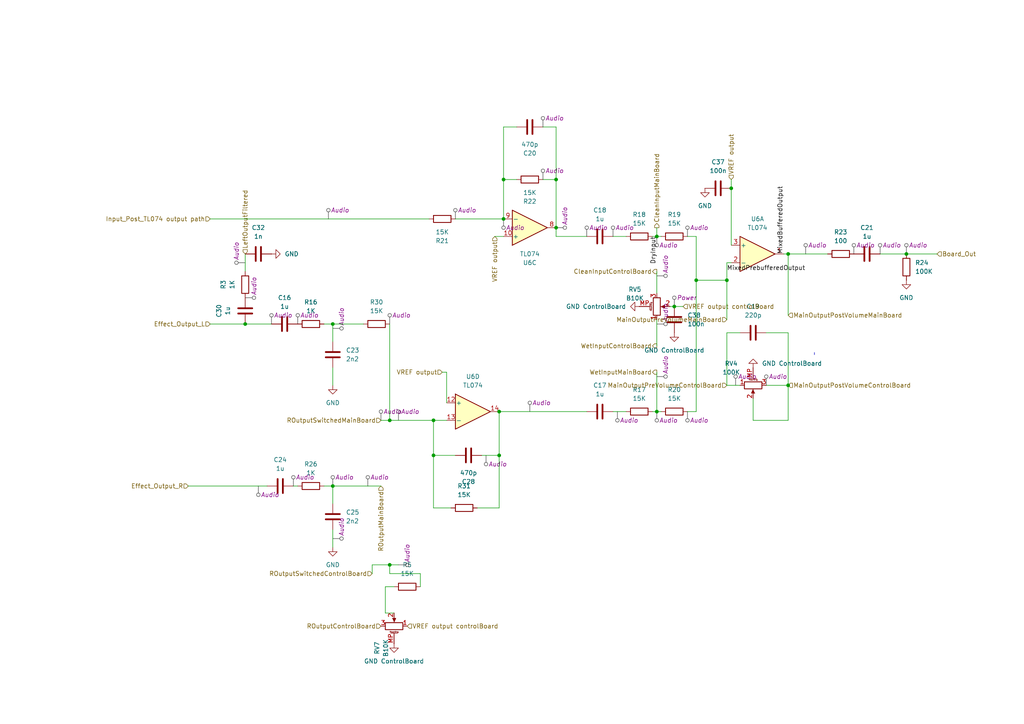
<source format=kicad_sch>
(kicad_sch (version 20231120) (generator "eeschema") (generator_version "8.0")
  (paper "A4")
  (lib_symbols
    (symbol "Amplifier_Operational:TL074" (pin_names (offset 0.127))
      (property "Reference" "U" (at 0 5.08 0))
      (property "Value" "TL074" (at 0 -5.08 0))
      (symbol "TL074_1_1"
        (polyline (pts (xy -5.08 5.08) (xy 5.08 0) (xy -5.08 -5.08) (xy -5.08 5.08)) (stroke (width 0.254)) (fill (type background)))
        (pin output line (at 7.62 0 180) (length 2.54) (name "~") (number "1"))
        (pin input line (at -7.62 -2.54 0) (length 2.54) (name "-") (number "2"))
        (pin input line (at -7.62 2.54 0) (length 2.54) (name "+") (number "3"))
      )
      (symbol "TL074_2_1"
        (polyline (pts (xy -5.08 5.08) (xy 5.08 0) (xy -5.08 -5.08) (xy -5.08 5.08)) (stroke (width 0.254)) (fill (type background)))
        (pin input line (at -7.62 2.54 0) (length 2.54) (name "+") (number "5"))
        (pin input line (at -7.62 -2.54 0) (length 2.54) (name "-") (number "6"))
        (pin output line (at 7.62 0 180) (length 2.54) (name "~") (number "7"))
      )
      (symbol "TL074_3_1"
        (polyline (pts (xy -5.08 5.08) (xy 5.08 0) (xy -5.08 -5.08) (xy -5.08 5.08)) (stroke (width 0.254)) (fill (type background)))
        (pin input line (at -7.62 2.54 0) (length 2.54) (name "+") (number "10"))
        (pin output line (at 7.62 0 180) (length 2.54) (name "~") (number "8"))
        (pin input line (at -7.62 -2.54 0) (length 2.54) (name "-") (number "9"))
      )
      (symbol "TL074_4_1"
        (polyline (pts (xy -5.08 5.08) (xy 5.08 0) (xy -5.08 -5.08) (xy -5.08 5.08)) (stroke (width 0.254)) (fill (type background)))
        (pin input line (at -7.62 2.54 0) (length 2.54) (name "+") (number "12"))
        (pin input line (at -7.62 -2.54 0) (length 2.54) (name "-") (number "13"))
        (pin output line (at 7.62 0 180) (length 2.54) (name "~") (number "14"))
      )
      (symbol "TL074_5_1"
        (pin power_in line (at -2.54 -7.62 90) (length 3.81) (name "V-") (number "11"))
        (pin power_in line (at -2.54 7.62 270) (length 3.81) (name "V+") (number "4"))
      )
    )
    (symbol "Device:C" (pin_numbers hide) (pin_names (offset 0.254))
      (property "Reference" "C" (at 0.635 2.54 0))
      (property "Value" "C" (at 0.635 -2.54 0))
      (symbol "C_0_1"
        (polyline (pts (xy -2.032 -0.762) (xy 2.032 -0.762)) (stroke (width 0.508)))
        (polyline (pts (xy -2.032 0.762) (xy 2.032 0.762)) (stroke (width 0.508)))
      )
      (symbol "C_1_1"
        (pin passive line (at 0 3.81 270) (length 2.794) (name "~") (number "1"))
        (pin passive line (at 0 -3.81 90) (length 2.794) (name "~") (number "2"))
      )
    )
    (symbol "Device:R" (pin_numbers hide) (pin_names (offset 0))
      (property "Reference" "R" (at 2.032 0 90))
      (property "Value" "R" (at 0 0 90))
      (symbol "R_0_1"
        (rectangle (start -1.016 -2.54) (end 1.016 2.54) (stroke (width 0.254)))
      )
      (symbol "R_1_1"
        (pin passive line (at 0 3.81 270) (length 1.27) (name "~") (number "1"))
        (pin passive line (at 0 -3.81 90) (length 1.27) (name "~") (number "2"))
      )
    )
    (symbol "Device:R_Potentiometer_MountingPin" (pin_names (offset 1.016) hide)
      (property "Reference" "RV" (at -8.255 0 90))
      (property "Value" "R_Potentiometer_MountingPin" (at -6.35 0 90))
      (symbol "R_Potentiometer_MountingPin_0_1"
        (polyline (pts (xy 2.54 0) (xy 1.524 0)))
        (polyline (pts (xy 1.143 0) (xy 2.286 0.508) (xy 2.286 -0.508)) (fill (type outline)))
        (rectangle (start 1.016 2.54) (end -1.016 -2.54) (stroke (width 0.254)))
      )
      (symbol "R_Potentiometer_MountingPin_1_1"
        (polyline (pts (xy -2.032 1.016) (xy -2.032 -1.016)) (stroke (width 0.1524)))
        (text "Mounting" (at -1.651 0 900) (effects (font (size 0.381 0.381))))
        (pin passive line (at 0 3.81 270) (length 1.27) (name "1") (number "1"))
        (pin passive line (at 3.81 0 180) (length 1.27) (name "2") (number "2"))
        (pin passive line (at 0 -3.81 90) (length 1.27) (name "3") (number "3"))
        (pin passive line (at -5.08 0 0) (length 3.048) (name "MountPin") (number "MP"))
      )
    )
    (symbol "power:GND" (power) (pin_numbers hide) (pin_names (offset 0) hide)
      (property "Value" "GND" (at 0 -3.81 0))
      (symbol "GND_0_1"
        (polyline (pts (xy 0 0) (xy 0 -1.27) (xy 1.27 -1.27) (xy 0 -2.54) (xy -1.27 -1.27) (xy 0 -1.27)))
      )
      (symbol "GND_1_1"
        (pin power_in line (at 0 0 270) (length 0) (name "~") (number "1"))
      )
    )
  )
  (junction (at 228.6 73.66))
  (junction (at 190.5 119.38))
  (junction (at 146.05 52.07))
  (junction (at 262.89 73.66))
  (junction (at 96.52 140.97))
  (junction (at 190.5 68.58))
  (junction (at 210.82 81.28))
  (junction (at 113.03 163.83))
  (junction (at 146.05 63.5))
  (junction (at 144.78 132.08))
  (junction (at 212.09 54.61))
  (junction (at 125.73 132.08))
  (junction (at 125.73 121.92))
  (junction (at 113.03 121.92))
  (junction (at 161.29 66.04))
  (junction (at 71.12 93.98))
  (junction (at 201.93 81.28))
  (junction (at 195.58 88.9))
  (junction (at 144.78 119.38))
  (junction (at 161.29 52.07))
  (junction (at 96.52 93.98))
  (junction (at 228.6 111.76))
  (wire (pts (xy 190.5 92.71) (xy 190.5 100.33)))
  (wire (pts (xy 115.57 163.83) (xy 113.03 163.83)))
  (wire (pts (xy 113.03 121.92) (xy 125.73 121.92)))
  (wire (pts (xy 222.25 111.76) (xy 228.6 111.76)))
  (wire (pts (xy 111.76 170.18) (xy 111.76 177.8)))
  (wire (pts (xy 86.36 140.97) (xy 85.09 140.97)))
  (wire (pts (xy 93.98 140.97) (xy 96.52 140.97)))
  (wire (pts (xy 161.29 66.04) (xy 161.29 68.58)))
  (wire (pts (xy 60.96 63.5) (xy 124.46 63.5)))
  (wire (pts (xy 262.89 73.66) (xy 271.78 73.66)))
  (wire (pts (xy 212.09 52.07) (xy 212.09 54.61)))
  (wire (pts (xy 210.82 96.52) (xy 214.63 96.52)))
  (wire (pts (xy 144.78 119.38) (xy 144.78 132.08)))
  (wire (pts (xy 161.29 36.83) (xy 161.29 52.07)))
  (wire (pts (xy 190.5 68.58) (xy 191.77 68.58)))
  (wire (pts (xy 125.73 132.08) (xy 132.08 132.08)))
  (wire (pts (xy 143.51 68.58) (xy 146.05 68.58)))
  (wire (pts (xy 190.5 78.74) (xy 190.5 85.09)))
  (wire (pts (xy 96.52 146.05) (xy 96.52 140.97)))
  (wire (pts (xy 194.31 88.9) (xy 195.58 88.9)))
  (wire (pts (xy 71.12 78.74) (xy 71.12 73.66)))
  (wire (pts (xy 93.98 93.98) (xy 96.52 93.98)))
  (wire (pts (xy 128.27 107.95) (xy 129.54 107.95)))
  (wire (pts (xy 96.52 140.97) (xy 110.49 140.97)))
  (wire (pts (xy 54.61 140.97) (xy 77.47 140.97)))
  (wire (pts (xy 212.09 76.2) (xy 210.82 76.2)))
  (wire (pts (xy 113.03 93.98) (xy 113.03 121.92)))
  (wire (pts (xy 227.33 73.66) (xy 228.6 73.66)))
  (wire (pts (xy 199.39 68.58) (xy 201.93 68.58)))
  (wire (pts (xy 228.6 96.52) (xy 228.6 111.76)))
  (wire (pts (xy 177.8 68.58) (xy 181.61 68.58)))
  (wire (pts (xy 144.78 132.08) (xy 144.78 147.32)))
  (wire (pts (xy 129.54 116.84) (xy 129.54 107.95)))
  (wire (pts (xy 189.23 68.58) (xy 190.5 68.58)))
  (wire (pts (xy 60.96 93.98) (xy 71.12 93.98)))
  (wire (pts (xy 130.81 147.32) (xy 125.73 147.32)))
  (wire (pts (xy 195.58 88.9) (xy 198.12 88.9)))
  (wire (pts (xy 157.48 36.83) (xy 161.29 36.83)))
  (wire (pts (xy 228.6 121.92) (xy 218.44 121.92)))
  (wire (pts (xy 190.5 66.04) (xy 190.5 68.58)))
  (wire (pts (xy 132.08 63.5) (xy 146.05 63.5)))
  (wire (pts (xy 210.82 111.76) (xy 214.63 111.76)))
  (wire (pts (xy 189.23 119.38) (xy 190.5 119.38)))
  (wire (pts (xy 146.05 36.83) (xy 149.86 36.83)))
  (wire (pts (xy 139.7 132.08) (xy 144.78 132.08)))
  (wire (pts (xy 146.05 52.07) (xy 149.86 52.07)))
  (wire (pts (xy 212.09 54.61) (xy 212.09 71.12)))
  (wire (pts (xy 125.73 121.92) (xy 129.54 121.92)))
  (wire (pts (xy 228.6 73.66) (xy 240.03 73.66)))
  (wire (pts (xy 71.12 93.98) (xy 78.74 93.98)))
  (wire (pts (xy 157.48 52.07) (xy 161.29 52.07)))
  (wire (pts (xy 113.03 166.37) (xy 121.92 166.37)))
  (wire (pts (xy 105.41 93.98) (xy 96.52 93.98)))
  (wire (pts (xy 201.93 81.28) (xy 201.93 119.38)))
  (wire (pts (xy 190.5 119.38) (xy 191.77 119.38)))
  (wire (pts (xy 113.03 163.83) (xy 113.03 166.37)))
  (wire (pts (xy 111.76 177.8) (xy 114.3 177.8)))
  (wire (pts (xy 201.93 81.28) (xy 210.82 81.28)))
  (wire (pts (xy 146.05 63.5) (xy 146.05 52.07)))
  (wire (pts (xy 144.78 119.38) (xy 170.18 119.38)))
  (wire (pts (xy 125.73 147.32) (xy 125.73 132.08)))
  (wire (pts (xy 113.03 163.83) (xy 107.95 163.83)))
  (wire (pts (xy 255.27 73.66) (xy 262.89 73.66)))
  (wire (pts (xy 110.49 121.92) (xy 113.03 121.92)))
  (wire (pts (xy 222.25 96.52) (xy 228.6 96.52)))
  (wire (pts (xy 210.82 96.52) (xy 210.82 111.76)))
  (wire (pts (xy 161.29 52.07) (xy 161.29 66.04)))
  (wire (pts (xy 199.39 119.38) (xy 201.93 119.38)))
  (wire (pts (xy 210.82 76.2) (xy 210.82 81.28)))
  (wire (pts (xy 201.93 68.58) (xy 201.93 81.28)))
  (wire (pts (xy 146.05 36.83) (xy 146.05 52.07)))
  (wire (pts (xy 96.52 158.75) (xy 96.52 153.67)))
  (wire (pts (xy 177.8 119.38) (xy 181.61 119.38)))
  (wire (pts (xy 228.6 111.76) (xy 228.6 121.92)))
  (wire (pts (xy 190.5 107.95) (xy 190.5 119.38)))
  (wire (pts (xy 144.78 147.32) (xy 138.43 147.32)))
  (wire (pts (xy 125.73 132.08) (xy 125.73 121.92)))
  (wire (pts (xy 228.6 73.66) (xy 228.6 91.44)))
  (wire (pts (xy 218.44 121.92) (xy 218.44 115.57)))
  (wire (pts (xy 96.52 99.06) (xy 96.52 93.98)))
  (polyline (pts (xy 236.22 102.235) (xy 236.22 102.87)))
  (wire (pts (xy 210.82 81.28) (xy 210.82 92.71)))
  (wire (pts (xy 111.76 170.18) (xy 114.3 170.18)))
  (wire (pts (xy 161.29 68.58) (xy 170.18 68.58)))
  (wire (pts (xy 107.95 163.83) (xy 107.95 166.37)))
  (wire (pts (xy 121.92 166.37) (xy 121.92 170.18)))
  (wire (pts (xy 96.52 111.76) (xy 96.52 106.68)))
  (label "DryInput" (at 190.5 68.58 270))
  (label "MixedPrebufferedOutput" (at 210.82 78.74 0))
  (label "MixedBufferedOutput" (at 227.33 73.66 90))
  (hierarchical_label "LeftOutputFiltered" (shape input) (at 71.12 73.66 90))
  (hierarchical_label "MainOutputPreVolumeControlBoard" (shape input) (at 210.82 111.76 180))
  (hierarchical_label "WetInputControlBoard" (shape output) (at 190.5 100.33 180))
  (hierarchical_label "MainOutputPreVolumeMainBoard" (shape input) (at 210.82 92.71 180))
  (hierarchical_label "VREF output" (shape input) (at 212.09 52.07 90))
  (hierarchical_label "ROutputControlBoard" (shape input) (at 110.49 181.61 180))
  (hierarchical_label "Board_Out" (shape input) (at 271.78 73.66 0))
  (hierarchical_label "VREF output" (shape input) (at 128.27 107.95 180))
  (hierarchical_label "WetInputMainBoard" (shape output) (at 190.5 107.95 180))
  (hierarchical_label "ROutputMainBoard" (shape input) (at 110.49 140.97 270))
  (hierarchical_label "Input_Post_TL074 output path" (shape input) (at 60.96 63.5 180))
  (hierarchical_label "MainOutputPostVolumeMainBoard" (shape input) (at 228.6 91.44 0))
  (hierarchical_label "ROutputSwitchedMainBoard" (shape input) (at 110.49 121.92 180))
  (hierarchical_label "VREF output controlBoard" (shape input) (at 198.12 88.9 0))
  (hierarchical_label "Effect_Output_R" (shape input) (at 54.61 140.97 180))
  (hierarchical_label "VREF output controlBoard" (shape input) (at 118.11 181.61 0))
  (hierarchical_label "CleanInputControlBoard" (shape output) (at 190.5 78.74 180))
  (hierarchical_label "VREF output" (shape input) (at 143.51 68.58 270))
  (hierarchical_label "Effect_Output_L" (shape input) (at 60.96 93.98 180))
  (hierarchical_label "CleanInputMainBoard" (shape output) (at 190.5 66.04 90))
  (hierarchical_label "ROutputSwitchedControlBoard" (shape input) (at 107.95 166.37 180))
  (hierarchical_label "MainOutputPostVolumeControlBoard" (shape input) (at 228.6 111.76 0))
  (netclass_flag "" (length 2.54) (shape round) (at 153.67 119.38 0) (property "Netclass" "Audio" (at 154.3685 116.84 0) (effects (font (italic yes)) (justify left))))
  (netclass_flag "" (length 2.54) (shape round) (at 85.09 140.97 0) (property "Netclass" "Audio" (at 85.7885 138.43 0) (effects (font (italic yes)) (justify left))))
  (netclass_flag "" (length 2.54) (shape round) (at 132.08 63.5 0) (property "Netclass" "Audio" (at 132.7785 60.96 0) (effects (font (italic yes)) (justify left))))
  (netclass_flag "" (length 2.54) (shape round) (at 96.52 140.97 0) (property "Netclass" "Audio" (at 97.2185 138.43 0) (effects (font (italic yes)) (justify left))))
  (netclass_flag "" (length 2.54) (shape round) (at 170.18 68.58 0) (property "Netclass" "Audio" (at 170.8785 66.04 0) (effects (font (italic yes)) (justify left))))
  (netclass_flag "" (length 2.54) (shape round) (at 86.36 93.98 0) (property "Netclass" "Audio" (at 87.0585 91.44 0) (effects (font (italic yes)) (justify left))))
  (netclass_flag "" (length 2.54) (shape round) (at 74.93 140.97 180) (property "Netclass" "Audio" (at 75.6285 143.51 0) (effects (font (italic yes)) (justify left))))
  (netclass_flag "" (length 2.54) (shape round) (at 190.5 80.01 270) (property "Netclass" "Audio" (at 193.04 79.3115 90) (effects (font (italic yes)) (justify left))))
  (netclass_flag "" (length 2.54) (shape round) (at 247.65 73.66 0) (property "Netclass" "Audio" (at 248.3485 71.12 0) (effects (font (italic yes)) (justify left))))
  (netclass_flag "" (length 2.54) (shape round) (at 190.5 109.22 270) (property "Netclass" "Audio" (at 193.04 108.5215 90) (effects (font (italic yes)) (justify left))))
  (netclass_flag "" (length 2.54) (shape round) (at 222.25 111.76 0) (property "Netclass" "Audio" (at 222.9485 109.22 0) (effects (font (italic yes)) (justify left))))
  (netclass_flag "" (length 2.54) (shape round) (at 255.27 73.66 0) (property "Netclass" "Audio" (at 255.9685 71.12 0) (effects (font (italic yes)) (justify left))))
  (netclass_flag "" (length 2.54) (shape round) (at 71.12 86.36 270) (property "Netclass" "Audio" (at 73.66 85.6615 90) (effects (font (italic yes)) (justify left))))
  (netclass_flag "" (length 2.54) (shape round) (at 262.89 73.66 0) (property "Netclass" "Audio" (at 263.5885 71.12 0) (effects (font (italic yes)) (justify left))))
  (netclass_flag "" (length 2.54) (shape round) (at 179.07 119.38 180) (property "Netclass" "Audio" (at 179.7685 121.92 0) (effects (font (italic yes)) (justify left))))
  (netclass_flag "" (length 2.54) (shape round) (at 195.58 88.9 0) (property "Netclass" "Power" (at 196.2785 86.36 0) (effects (font (italic yes)) (justify left))))
  (netclass_flag "" (length 2.54) (shape round) (at 140.97 132.08 180) (property "Netclass" "Audio" (at 141.6685 134.62 0) (effects (font (italic yes)) (justify left))))
  (netclass_flag "" (length 2.54) (shape round) (at 157.48 36.83 0) (property "Netclass" "Audio" (at 158.1785 34.29 0) (effects (font (italic yes)) (justify left))))
  (netclass_flag "" (length 2.54) (shape round) (at 95.25 63.5 0) (property "Netclass" "Audio" (at 95.9485 60.96 0) (effects (font (italic yes)) (justify left))))
  (netclass_flag "" (length 2.54) (shape round) (at 146.05 63.5 180) (property "Netclass" "Audio" (at 146.7485 66.04 0) (effects (font (italic yes)) (justify left))))
  (netclass_flag "" (length 2.54) (shape round) (at 233.68 73.66 0) (property "Netclass" "Audio" (at 234.3785 71.12 0) (effects (font (italic yes)) (justify left))))
  (netclass_flag "" (length 2.54) (shape round) (at 96.52 95.25 270) (property "Netclass" "Audio" (at 99.06 94.5515 90) (effects (font (italic yes)) (justify left))))
  (netclass_flag "" (length 2.54) (shape round) (at 96.52 156.21 270) (property "Netclass" "Audio" (at 99.06 155.5115 90) (effects (font (italic yes)) (justify left))))
  (netclass_flag "" (length 2.54) (shape round) (at 157.48 52.07 0) (property "Netclass" "Audio" (at 158.1785 49.53 0) (effects (font (italic yes)) (justify left))))
  (netclass_flag "" (length 2.54) (shape round) (at 113.03 93.98 0) (property "Netclass" "Audio" (at 113.7285 91.44 0) (effects (font (italic yes)) (justify left))))
  (netclass_flag "" (length 2.54) (shape round) (at 199.39 119.38 180) (property "Netclass" "Audio" (at 200.0885 121.92 0) (effects (font (italic yes)) (justify left))))
  (netclass_flag "" (length 2.54) (shape round) (at 110.49 121.92 0) (property "Netclass" "Audio" (at 111.1885 119.38 0) (effects (font (italic yes)) (justify left))))
  (netclass_flag "" (length 2.54) (shape round) (at 199.39 68.58 0) (property "Netclass" "Audio" (at 200.0885 66.04 0) (effects (font (italic yes)) (justify left))))
  (netclass_flag "" (length 2.54) (shape round) (at 71.12 76.2 90) (property "Netclass" "Audio" (at 68.58 75.5015 90) (effects (font (italic yes)) (justify left))))
  (netclass_flag "" (length 2.54) (shape round) (at 78.74 93.98 0) (property "Netclass" "Audio" (at 79.4385 91.44 0) (effects (font (italic yes)) (justify left))))
  (netclass_flag "" (length 2.54) (shape round) (at 190.5 119.38 180) (property "Netclass" "Audio" (at 191.1985 121.92 0) (effects (font (italic yes)) (justify left))))
  (netclass_flag "" (length 2.54) (shape round) (at 190.5 68.58 180) (property "Netclass" "Audio" (at 191.1985 71.12 0) (effects (font (italic yes)) (justify left))))
  (netclass_flag "" (length 2.54) (shape round) (at 115.57 163.83 270) (property "Netclass" "Audio" (at 118.11 163.1315 90) (effects (font (italic yes)) (justify left))))
  (netclass_flag "" (length 2.54) (shape round) (at 177.8 68.58 0) (property "Netclass" "Audio" (at 178.4985 66.04 0) (effects (font (italic yes)) (justify left))))
  (netclass_flag "" (length 2.54) (shape round) (at 161.29 66.04 270) (property "Netclass" "Audio" (at 163.83 65.3415 90) (effects (font (italic yes)) (justify left))))
  (netclass_flag "" (length 2.54) (shape round) (at 213.36 111.76 0) (property "Netclass" "Audio" (at 214.0585 109.22 0) (effects (font (italic yes)) (justify left))))
  (netclass_flag "" (length 2.54) (shape round) (at 106.68 140.97 0) (property "Netclass" "Audio" (at 107.3785 138.43 0) (effects (font (italic yes)) (justify left))))
  (netclass_flag "" (length 2.54) (shape round) (at 190.5 93.98 270) (property "Netclass" "Audio" (at 193.04 93.2815 90) (effects (font (italic yes)) (justify left))))
  (netclass_flag "" (length 2.54) (shape round) (at 115.57 121.92 0) (property "Netclass" "Audio" (at 116.2685 119.38 0) (effects (font (italic yes)) (justify left))))
  (symbol (lib_id "Device:C") (at 74.93 73.66 270) (unit 1)
    (property "Reference" "C32" (at 74.93 66.04 90))
    (property "Value" "1n" (at 74.93 68.58 90))
    (property "Footprint" "FV1Footrpints:C_0603_1608Metric_Pad1.08x0.95mm_HandSolder" (effects (hide yes)))
    (property "Description" "Unpolarized capacitor" (effects (hide yes)))
  )
  (symbol (lib_id "power:GND") (at 96.52 111.76 0) (unit 1)
    (property "Reference" "#PWR034" (effects (hide yes)))
    (property "Value" "GND" (at 96.52 116.84 0))
    (property "Description" "Power symbol creates a global label with name \"GND\" , ground" (effects (hide yes)))
  )
  (symbol (lib_id "Device:C") (at 71.12 90.17 180) (unit 1)
    (property "Reference" "C30" (at 63.5 90.17 90))
    (property "Value" "1u" (at 66.04 90.17 90))
    (property "Footprint" "FV1Footrpints:C_0603_1608Metric_Pad1.08x0.95mm_HandSolder" (effects (hide yes)))
    (property "Description" "Unpolarized capacitor" (effects (hide yes)))
  )
  (symbol (lib_id "Device:C") (at 218.44 96.52 90) (unit 1)
    (property "Reference" "C19" (at 218.44 88.9 90))
    (property "Value" "220p" (at 218.44 91.44 90))
    (property "Footprint" "FV1Footrpints:C_0603_1608Metric_Pad1.08x0.95mm_HandSolder" (effects (hide yes)))
    (property "Description" "Unpolarized capacitor" (effects (hide yes)))
  )
  (symbol (lib_id "Device:R_Potentiometer_MountingPin") (at 218.44 111.76 90) (mirror x) (unit 1)
    (property "Reference" "RV4" (at 212.09 105.4414 90))
    (property "Value" "100K" (at 212.09 107.9814 90))
    (property "Footprint" "PCM_4ms_Potentiometer:Pot_9mm_Knurl_NoDet" (effects (hide yes)))
    (property "Description" "Potentiometer with a mounting pin" (effects (hide yes)))
  )
  (symbol (lib_id "Device:R") (at 109.22 93.98 270) (unit 1)
    (property "Reference" "R30" (at 109.22 87.63 90))
    (property "Value" "15K" (at 109.22 90.17 90))
    (property "Footprint" "PCM_4ms_Resistor:R_0603" (effects (hide yes)))
    (property "Description" "Resistor" (effects (hide yes)))
  )
  (symbol (lib_id "Device:R") (at 195.58 119.38 90) (unit 1)
    (property "Reference" "R20" (at 195.58 113.03 90))
    (property "Value" "15K" (at 195.58 115.57 90))
    (property "Footprint" "PCM_4ms_Resistor:R_0603" (effects (hide yes)))
    (property "Description" "Resistor" (effects (hide yes)))
  )
  (symbol (lib_id "Device:C") (at 153.67 36.83 90) (mirror x) (unit 1)
    (property "Reference" "C20" (at 153.67 44.45 90))
    (property "Value" "470p" (at 153.67 41.91 90))
    (property "Footprint" "FV1Footrpints:C_0603_1608Metric_Pad1.08x0.95mm_HandSolder" (effects (hide yes)))
    (property "Description" "Unpolarized capacitor" (effects (hide yes)))
  )
  (symbol (lib_id "Amplifier_Operational:TL074") (at 219.71 73.66 0) (unit 1) (exclude_from_sim yes)
    (property "Reference" "U6" (at 219.71 63.5 0))
    (property "Value" "TL074" (at 219.71 66.04 0))
    (property "Footprint" "Package_DIP:DIP-14_W7.62mm_Socket" (effects (hide yes)))
    (property "Datasheet" "http://www.ti.com/lit/ds/symlink/tl071.pdf" (effects (hide yes)))
    (property "Description" "Quad Low-Noise JFET-Input Operational Amplifiers, DIP-14/SOIC-14" (effects (hide yes)))
  )
  (symbol (lib_id "Device:R_Potentiometer_MountingPin") (at 114.3 181.61 270) (mirror x) (unit 1)
    (property "Reference" "RV7" (at 109.3468 187.96 0))
    (property "Value" "B10K" (at 111.8868 187.96 0))
    (property "Footprint" "PCM_4ms_Potentiometer:Pot_9mm_Knurl_NoDet" (effects (hide yes)))
    (property "Description" "Potentiometer with a mounting pin" (effects (hide yes)))
  )
  (symbol (lib_id "power:GND") (at 78.74 73.66 90) (unit 1)
    (property "Reference" "#PWR039" (effects (hide yes)))
    (property "Value" "GND" (at 82.55 73.6599 90) (effects (justify right)))
    (property "Description" "Power symbol creates a global label with name \"GND\" , ground" (effects (hide yes)))
  )
  (symbol (lib_id "power:GND") (at 204.47 54.61 0) (unit 1)
    (property "Reference" "#PWR077" (effects (hide yes)))
    (property "Value" "GND" (at 204.47 59.69 0))
    (property "Description" "Power symbol creates a global label with name \"GND\" , ground" (effects (hide yes)))
  )
  (symbol (lib_id "Device:R") (at 185.42 68.58 90) (unit 1)
    (property "Reference" "R18" (at 185.42 62.23 90))
    (property "Value" "15K" (at 185.42 64.77 90))
    (property "Footprint" "PCM_4ms_Resistor:R_0603" (effects (hide yes)))
    (property "Description" "Resistor" (effects (hide yes)))
  )
  (symbol (lib_id "Device:C") (at 135.89 132.08 90) (mirror x) (unit 1)
    (property "Reference" "C28" (at 135.89 139.7 90))
    (property "Value" "470p" (at 135.89 137.16 90))
    (property "Footprint" "FV1Footrpints:C_0603_1608Metric_Pad1.08x0.95mm_HandSolder" (effects (hide yes)))
    (property "Description" "Unpolarized capacitor" (effects (hide yes)))
  )
  (symbol (lib_id "Device:C") (at 96.52 149.86 180) (unit 1)
    (property "Reference" "C25" (at 100.33 148.5899 0) (effects (justify right)))
    (property "Value" "2n2" (at 100.33 151.1299 0) (effects (justify right)))
    (property "Footprint" "FV1Footrpints:C_0603_1608Metric_Pad1.08x0.95mm_HandSolder" (effects (hide yes)))
    (property "Description" "Unpolarized capacitor" (effects (hide yes)))
  )
  (symbol (lib_id "Device:C") (at 82.55 93.98 90) (unit 1)
    (property "Reference" "C16" (at 82.55 86.36 90))
    (property "Value" "1u" (at 82.55 88.9 90))
    (property "Footprint" "FV1Footrpints:C_0603_1608Metric_Pad1.08x0.95mm_HandSolder" (effects (hide yes)))
    (property "Description" "Unpolarized capacitor" (effects (hide yes)))
  )
  (symbol (lib_id "Device:C") (at 173.99 119.38 90) (unit 1)
    (property "Reference" "C17" (at 173.99 111.76 90))
    (property "Value" "1u" (at 173.99 114.3 90))
    (property "Footprint" "FV1Footrpints:C_0603_1608Metric_Pad1.08x0.95mm_HandSolder" (effects (hide yes)))
    (property "Description" "Unpolarized capacitor" (effects (hide yes)))
  )
  (symbol (lib_id "Device:R") (at 90.17 93.98 90) (unit 1)
    (property "Reference" "R16" (at 90.17 87.63 90))
    (property "Value" "1K" (at 90.17 90.17 90))
    (property "Footprint" "PCM_4ms_Resistor:R_0603" (effects (hide yes)))
    (property "Description" "Resistor" (effects (hide yes)))
  )
  (symbol (lib_id "Device:C") (at 251.46 73.66 90) (unit 1)
    (property "Reference" "C21" (at 251.46 66.04 90))
    (property "Value" "1u" (at 251.46 68.58 90))
    (property "Footprint" "FV1Footrpints:C_0603_1608Metric_Pad1.08x0.95mm_HandSolder" (effects (hide yes)))
    (property "Description" "Unpolarized capacitor" (effects (hide yes)))
  )
  (symbol (lib_id "power:GND") (at 114.3 186.69 0) (unit 1)
    (property "Reference" "#PWR040" (effects (hide yes)))
    (property "Value" "GND ControlBoard" (at 114.3 191.77 0))
    (property "Description" "Power symbol creates a global label with name \"GND\" , ground" (effects (hide yes)))
  )
  (symbol (lib_id "Device:R_Potentiometer_MountingPin") (at 190.5 88.9 0) (mirror x) (unit 1)
    (property "Reference" "RV5" (at 184.15 83.9468 0))
    (property "Value" "B10K" (at 184.15 86.4868 0))
    (property "Footprint" "PCM_4ms_Potentiometer:Pot_9mm_Knurl_NoDet" (effects (hide yes)))
    (property "Description" "Potentiometer with a mounting pin" (effects (hide yes)))
  )
  (symbol (lib_id "Device:R") (at 134.62 147.32 270) (unit 1)
    (property "Reference" "R31" (at 134.62 140.97 90))
    (property "Value" "15K" (at 134.62 143.51 90))
    (property "Footprint" "PCM_4ms_Resistor:R_0603" (effects (hide yes)))
    (property "Description" "Resistor" (effects (hide yes)))
  )
  (symbol (lib_id "Amplifier_Operational:TL074") (at 137.16 119.38 0) (unit 4) (exclude_from_sim yes)
    (property "Reference" "U6" (at 137.16 109.22 0))
    (property "Value" "TL074" (at 137.16 111.76 0))
    (property "Footprint" "Package_DIP:DIP-14_W7.62mm_Socket" (effects (hide yes)))
    (property "Datasheet" "http://www.ti.com/lit/ds/symlink/tl071.pdf" (effects (hide yes)))
    (property "Description" "Quad Low-Noise JFET-Input Operational Amplifiers, DIP-14/SOIC-14" (effects (hide yes)))
  )
  (symbol (lib_id "power:GND") (at 96.52 158.75 0) (unit 1)
    (property "Reference" "#PWR038" (effects (hide yes)))
    (property "Value" "GND" (at 96.52 163.83 0))
    (property "Description" "Power symbol creates a global label with name \"GND\" , ground" (effects (hide yes)))
  )
  (symbol (lib_id "Device:C") (at 81.28 140.97 90) (unit 1)
    (property "Reference" "C24" (at 81.28 133.35 90))
    (property "Value" "1u" (at 81.28 135.89 90))
    (property "Footprint" "FV1Footrpints:C_0603_1608Metric_Pad1.08x0.95mm_HandSolder" (effects (hide yes)))
    (property "Description" "Unpolarized capacitor" (effects (hide yes)))
  )
  (symbol (lib_id "Device:R") (at 90.17 140.97 90) (unit 1)
    (property "Reference" "R26" (at 90.17 134.62 90))
    (property "Value" "1K" (at 90.17 137.16 90))
    (property "Footprint" "PCM_4ms_Resistor:R_0603" (effects (hide yes)))
    (property "Description" "Resistor" (effects (hide yes)))
  )
  (symbol (lib_id "Device:R") (at 128.27 63.5 270) (unit 1)
    (property "Reference" "R21" (at 128.27 69.85 90))
    (property "Value" "15K" (at 128.27 67.31 90))
    (property "Footprint" "PCM_4ms_Resistor:R_0603" (effects (hide yes)))
    (property "Description" "Resistor" (effects (hide yes)))
  )
  (symbol (lib_id "Device:C") (at 208.28 54.61 90) (unit 1)
    (property "Reference" "C37" (at 208.28 46.99 90))
    (property "Value" "100n" (at 208.28 49.53 90))
    (property "Footprint" "Capacitor_SMD:C_0603_1608Metric_Pad1.08x0.95mm_HandSolder" (effects (hide yes)))
    (property "Description" "Unpolarized capacitor" (effects (hide yes)))
  )
  (symbol (lib_id "Device:C") (at 173.99 68.58 90) (unit 1)
    (property "Reference" "C18" (at 173.99 60.96 90))
    (property "Value" "1u" (at 173.99 63.5 90))
    (property "Footprint" "FV1Footrpints:C_0603_1608Metric_Pad1.08x0.95mm_HandSolder" (effects (hide yes)))
    (property "Description" "Unpolarized capacitor" (effects (hide yes)))
  )
  (symbol (lib_id "power:GND") (at 218.44 106.68 180) (unit 1)
    (property "Reference" "#PWR046" (effects (hide yes)))
    (property "Value" "GND ControlBoard" (at 220.98 105.4099 0) (effects (justify right)))
    (property "Description" "Power symbol creates a global label with name \"GND\" , ground" (effects (hide yes)))
  )
  (symbol (lib_id "Device:R") (at 118.11 170.18 90) (mirror x) (unit 1)
    (property "Reference" "R5" (at 118.11 163.83 90))
    (property "Value" "15K" (at 118.11 166.37 90))
    (property "Footprint" "PCM_4ms_Resistor:R_0603" (effects (hide yes)))
    (property "Description" "Resistor" (effects (hide yes)))
  )
  (symbol (lib_id "power:GND") (at 185.42 88.9 270) (unit 1)
    (property "Reference" "#PWR053" (effects (hide yes)))
    (property "Value" "GND ControlBoard" (at 181.61 88.8999 90) (effects (justify right)))
    (property "Description" "Power symbol creates a global label with name \"GND\" , ground" (effects (hide yes)))
  )
  (symbol (lib_id "Device:R") (at 71.12 82.55 180) (unit 1)
    (property "Reference" "R3" (at 64.77 82.55 90))
    (property "Value" "1K" (at 67.31 82.55 90))
    (property "Footprint" "PCM_4ms_Resistor:R_0603" (effects (hide yes)))
    (property "Description" "Resistor" (effects (hide yes)))
  )
  (symbol (lib_id "Device:R") (at 243.84 73.66 90) (unit 1)
    (property "Reference" "R23" (at 243.84 67.31 90))
    (property "Value" "100" (at 243.84 69.85 90))
    (property "Footprint" "PCM_4ms_Resistor:R_0603" (effects (hide yes)))
    (property "Description" "Resistor" (effects (hide yes)))
  )
  (symbol (lib_id "Device:C") (at 195.58 92.71 0) (unit 1)
    (property "Reference" "C38" (at 199.39 91.4399 0) (effects (justify left)))
    (property "Value" "100n" (at 199.39 93.9799 0) (effects (justify left)))
    (property "Footprint" "Capacitor_SMD:C_0603_1608Metric_Pad1.08x0.95mm_HandSolder" (effects (hide yes)))
    (property "Description" "Unpolarized capacitor" (effects (hide yes)))
  )
  (symbol (lib_id "Device:R") (at 262.89 77.47 180) (unit 1)
    (property "Reference" "R24" (at 265.43 76.1999 0) (effects (justify right)))
    (property "Value" "100K" (at 265.43 78.7399 0) (effects (justify right)))
    (property "Footprint" "PCM_4ms_Resistor:R_0603" (effects (hide yes)))
    (property "Description" "Resistor" (effects (hide yes)))
  )
  (symbol (lib_id "Amplifier_Operational:TL074") (at 153.67 66.04 0) (mirror x) (unit 3) (exclude_from_sim yes)
    (property "Reference" "U6" (at 153.67 76.2 0))
    (property "Value" "TL074" (at 153.67 73.66 0))
    (property "Footprint" "Package_DIP:DIP-14_W7.62mm_Socket" (effects (hide yes)))
    (property "Datasheet" "http://www.ti.com/lit/ds/symlink/tl071.pdf" (effects (hide yes)))
    (property "Description" "Quad Low-Noise JFET-Input Operational Amplifiers, DIP-14/SOIC-14" (effects (hide yes)))
  )
  (symbol (lib_id "power:GND") (at 195.58 96.52 0) (unit 1)
    (property "Reference" "#PWR078" (effects (hide yes)))
    (property "Value" "GND ControlBoard" (at 195.58 101.6 0))
    (property "Description" "Power symbol creates a global label with name \"GND\" , ground" (effects (hide yes)))
  )
  (symbol (lib_id "Device:C") (at 96.52 102.87 180) (unit 1)
    (property "Reference" "C23" (at 100.33 101.5999 0) (effects (justify right)))
    (property "Value" "2n2" (at 100.33 104.1399 0) (effects (justify right)))
    (property "Footprint" "FV1Footrpints:C_0603_1608Metric_Pad1.08x0.95mm_HandSolder" (effects (hide yes)))
    (property "Description" "Unpolarized capacitor" (effects (hide yes)))
  )
  (symbol (lib_id "Device:R") (at 153.67 52.07 90) (mirror x) (unit 1)
    (property "Reference" "R22" (at 153.67 58.42 90))
    (property "Value" "15K" (at 153.67 55.88 90))
    (property "Footprint" "PCM_4ms_Resistor:R_0603" (effects (hide yes)))
    (property "Description" "Resistor" (effects (hide yes)))
  )
  (symbol (lib_id "Device:R") (at 195.58 68.58 90) (unit 1)
    (property "Reference" "R19" (at 195.58 62.23 90))
    (property "Value" "15K" (at 195.58 64.77 90))
    (property "Footprint" "PCM_4ms_Resistor:R_0603" (effects (hide yes)))
    (property "Description" "Resistor" (effects (hide yes)))
  )
  (symbol (lib_id "Device:R") (at 185.42 119.38 90) (unit 1)
    (property "Reference" "R17" (at 185.42 113.03 90))
    (property "Value" "15K" (at 185.42 115.57 90))
    (property "Footprint" "PCM_4ms_Resistor:R_0603" (effects (hide yes)))
    (property "Description" "Resistor" (effects (hide yes)))
  )
  (symbol (lib_id "power:GND") (at 262.89 81.28 0) (unit 1)
    (property "Reference" "#PWR032" (effects (hide yes)))
    (property "Value" "GND" (at 262.89 86.36 0))
    (property "Description" "Power symbol creates a global label with name \"GND\" , ground" (effects (hide yes)))
  )
)
</source>
